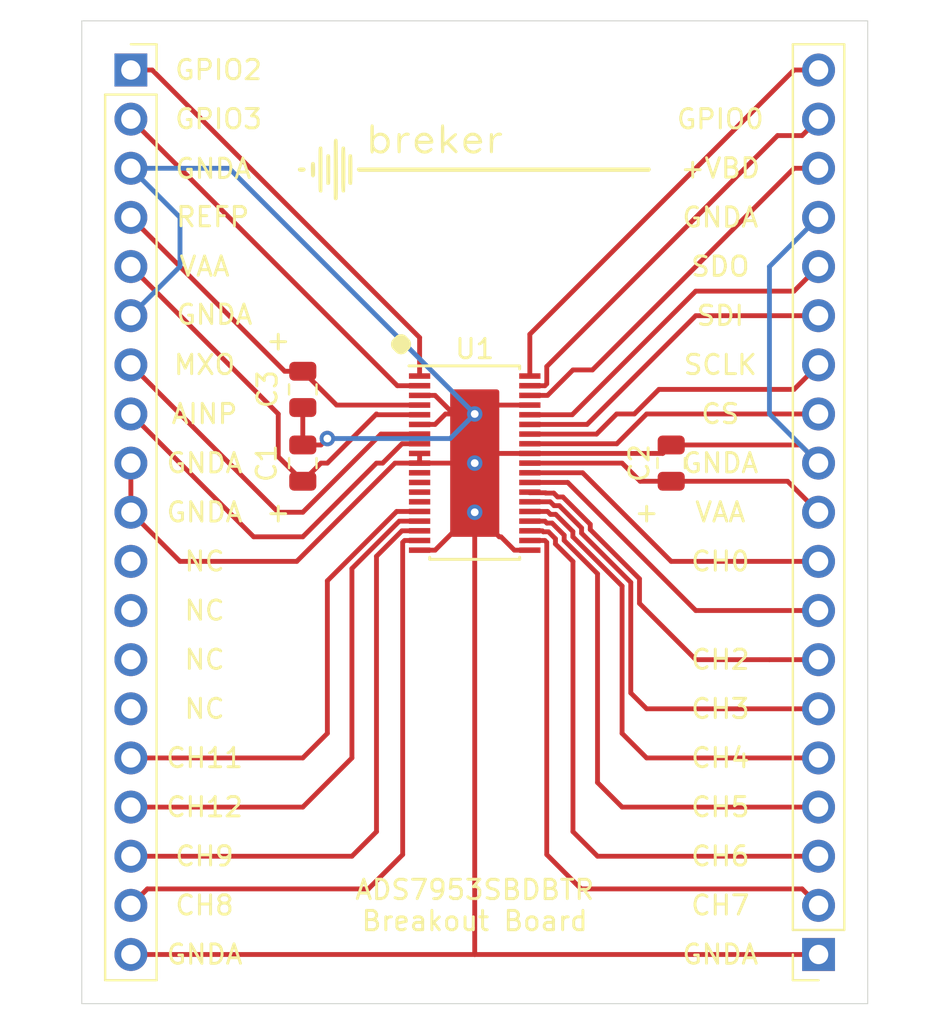
<source format=kicad_pcb>
(kicad_pcb (version 20171130) (host pcbnew "(5.1.5)-3")

  (general
    (thickness 1.6)
    (drawings 45)
    (tracks 210)
    (zones 0)
    (modules 7)
    (nets 35)
  )

  (page A4)
  (layers
    (0 F.Cu signal)
    (31 B.Cu signal)
    (32 B.Adhes user)
    (33 F.Adhes user)
    (34 B.Paste user)
    (35 F.Paste user)
    (36 B.SilkS user)
    (37 F.SilkS user)
    (38 B.Mask user)
    (39 F.Mask user)
    (40 Dwgs.User user)
    (41 Cmts.User user)
    (42 Eco1.User user)
    (43 Eco2.User user)
    (44 Edge.Cuts user)
    (45 Margin user)
    (46 B.CrtYd user)
    (47 F.CrtYd user)
    (48 B.Fab user)
    (49 F.Fab user)
  )

  (setup
    (last_trace_width 0.25)
    (trace_clearance 0.2)
    (zone_clearance 0.508)
    (zone_45_only no)
    (trace_min 0.2)
    (via_size 0.8)
    (via_drill 0.4)
    (via_min_size 0.4)
    (via_min_drill 0.3)
    (uvia_size 0.3)
    (uvia_drill 0.1)
    (uvias_allowed no)
    (uvia_min_size 0.2)
    (uvia_min_drill 0.1)
    (edge_width 0.05)
    (segment_width 0.2)
    (pcb_text_width 0.3)
    (pcb_text_size 1.5 1.5)
    (mod_edge_width 0.12)
    (mod_text_size 1 1)
    (mod_text_width 0.15)
    (pad_size 1.524 1.524)
    (pad_drill 0.762)
    (pad_to_mask_clearance 0.051)
    (solder_mask_min_width 0.25)
    (aux_axis_origin 0 0)
    (visible_elements 7FFFFFFF)
    (pcbplotparams
      (layerselection 0x010fc_ffffffff)
      (usegerberextensions false)
      (usegerberattributes false)
      (usegerberadvancedattributes false)
      (creategerberjobfile false)
      (excludeedgelayer true)
      (linewidth 0.100000)
      (plotframeref false)
      (viasonmask false)
      (mode 1)
      (useauxorigin false)
      (hpglpennumber 1)
      (hpglpenspeed 20)
      (hpglpendiameter 15.000000)
      (psnegative false)
      (psa4output false)
      (plotreference true)
      (plotvalue true)
      (plotinvisibletext false)
      (padsonsilk false)
      (subtractmaskfromsilk false)
      (outputformat 1)
      (mirror false)
      (drillshape 0)
      (scaleselection 1)
      (outputdirectory "gerbers/"))
  )

  (net 0 "")
  (net 1 GNDA)
  (net 2 VAA)
  (net 3 REFP)
  (net 4 CH8)
  (net 5 CH9)
  (net 6 CH10)
  (net 7 CH11)
  (net 8 "Net-(J1-Pad14)")
  (net 9 "Net-(J1-Pad13)")
  (net 10 "Net-(J1-Pad12)")
  (net 11 "Net-(J1-Pad11)")
  (net 12 AINP)
  (net 13 MXO)
  (net 14 GPIO3)
  (net 15 GPIO2)
  (net 16 GPIO1)
  (net 17 +VBD)
  (net 18 SDO)
  (net 19 SDI)
  (net 20 SCLK)
  (net 21 CS)
  (net 22 CH0)
  (net 23 CH1)
  (net 24 CH2)
  (net 25 CH3)
  (net 26 CH4)
  (net 27 CH5)
  (net 28 CH6)
  (net 29 CH7)
  (net 30 GPIO0)
  (net 31 "Net-(U1-Pad14)")
  (net 32 "Net-(U1-Pad13)")
  (net 33 "Net-(U1-Pad12)")
  (net 34 "Net-(U1-Pad11)")

  (net_class Default "This is the default net class."
    (clearance 0.2)
    (trace_width 0.25)
    (via_dia 0.8)
    (via_drill 0.4)
    (uvia_dia 0.3)
    (uvia_drill 0.1)
    (add_net +VBD)
    (add_net AINP)
    (add_net CH0)
    (add_net CH1)
    (add_net CH10)
    (add_net CH11)
    (add_net CH2)
    (add_net CH3)
    (add_net CH4)
    (add_net CH5)
    (add_net CH6)
    (add_net CH7)
    (add_net CH8)
    (add_net CH9)
    (add_net CS)
    (add_net GNDA)
    (add_net GPIO0)
    (add_net GPIO1)
    (add_net GPIO2)
    (add_net GPIO3)
    (add_net MXO)
    (add_net "Net-(J1-Pad11)")
    (add_net "Net-(J1-Pad12)")
    (add_net "Net-(J1-Pad13)")
    (add_net "Net-(J1-Pad14)")
    (add_net "Net-(U1-Pad11)")
    (add_net "Net-(U1-Pad12)")
    (add_net "Net-(U1-Pad13)")
    (add_net "Net-(U1-Pad14)")
    (add_net REFP)
    (add_net SCLK)
    (add_net SDI)
    (add_net SDO)
    (add_net VAA)
  )

  (module logo:logo (layer F.Cu) (tedit 0) (tstamp 603EC5E7)
    (at 160.02 82.55)
    (fp_text reference G*** (at 0 0) (layer F.SilkS) hide
      (effects (font (size 1.524 1.524) (thickness 0.3)))
    )
    (fp_text value LOGO (at 0.75 0) (layer F.SilkS) hide
      (effects (font (size 1.524 1.524) (thickness 0.3)))
    )
    (fp_poly (pts (xy 1.337674 -1.830842) (xy 1.392725 -1.800897) (xy 1.412069 -1.765896) (xy 1.396061 -1.724793)
      (xy 1.380003 -1.706575) (xy 1.350163 -1.684206) (xy 1.315637 -1.681333) (xy 1.27921 -1.689563)
      (xy 1.202104 -1.693207) (xy 1.125344 -1.665737) (xy 1.055152 -1.611846) (xy 0.997754 -1.536227)
      (xy 0.961077 -1.449704) (xy 0.954897 -1.410198) (xy 0.949662 -1.34249) (xy 0.945786 -1.25466)
      (xy 0.943685 -1.154789) (xy 0.943428 -1.105927) (xy 0.942211 -0.980965) (xy 0.938464 -0.890201)
      (xy 0.932042 -0.831626) (xy 0.922803 -0.803233) (xy 0.921657 -0.801915) (xy 0.88081 -0.782013)
      (xy 0.834733 -0.786163) (xy 0.800489 -0.812511) (xy 0.798924 -0.815236) (xy 0.792872 -0.845047)
      (xy 0.787854 -0.907969) (xy 0.783992 -1.000842) (xy 0.781404 -1.120503) (xy 0.780211 -1.263791)
      (xy 0.780143 -1.310536) (xy 0.78038 -1.458785) (xy 0.781519 -1.574714) (xy 0.784202 -1.662287)
      (xy 0.789073 -1.725468) (xy 0.796773 -1.768221) (xy 0.807946 -1.794512) (xy 0.823233 -1.808303)
      (xy 0.843277 -1.813559) (xy 0.861785 -1.814286) (xy 0.90735 -1.802771) (xy 0.933865 -1.765723)
      (xy 0.943781 -1.699381) (xy 0.94398 -1.688193) (xy 0.945499 -1.640494) (xy 0.950524 -1.624539)
      (xy 0.96106 -1.635817) (xy 0.964551 -1.641929) (xy 1.023842 -1.722538) (xy 1.099243 -1.785459)
      (xy 1.182914 -1.826724) (xy 1.267016 -1.842363) (xy 1.337674 -1.830842)) (layer F.SilkS) (width 0.01))
    (fp_poly (pts (xy -1.632571 -2.260219) (xy -1.614714 -2.250124) (xy -1.605934 -2.239252) (xy -1.598872 -2.216234)
      (xy -1.593212 -2.177011) (xy -1.588638 -2.117524) (xy -1.584832 -2.033716) (xy -1.581478 -1.921527)
      (xy -1.578429 -1.785334) (xy -1.569357 -1.337721) (xy -1.301331 -1.577168) (xy -1.206262 -1.661361)
      (xy -1.133652 -1.723596) (xy -1.07954 -1.766788) (xy -1.039968 -1.793853) (xy -1.010975 -1.807706)
      (xy -0.988601 -1.811263) (xy -0.983831 -1.810915) (xy -0.944924 -1.79754) (xy -0.92952 -1.762641)
      (xy -0.928788 -1.757096) (xy -0.930058 -1.734928) (xy -0.941621 -1.710005) (xy -0.967365 -1.677845)
      (xy -1.011178 -1.633963) (xy -1.076948 -1.573878) (xy -1.123342 -1.532782) (xy -1.323465 -1.356586)
      (xy -1.106233 -1.123603) (xy -1.035566 -1.046352) (xy -0.974509 -0.976818) (xy -0.927096 -0.919823)
      (xy -0.897362 -0.880192) (xy -0.889 -0.863892) (xy -0.904129 -0.825091) (xy -0.939479 -0.792258)
      (xy -0.976475 -0.779769) (xy -0.998369 -0.792283) (xy -1.040182 -0.827222) (xy -1.097274 -0.8803)
      (xy -1.165003 -0.94723) (xy -1.226482 -1.010764) (xy -1.446036 -1.242135) (xy -1.512232 -1.191644)
      (xy -1.578429 -1.141154) (xy -1.578429 -0.98242) (xy -1.580746 -0.892502) (xy -1.589217 -0.833011)
      (xy -1.606123 -0.798296) (xy -1.633745 -0.782705) (xy -1.660072 -0.780143) (xy -1.701706 -0.789968)
      (xy -1.719943 -0.801915) (xy -1.72589 -0.817973) (xy -1.730768 -0.854744) (xy -1.734649 -0.914635)
      (xy -1.737605 -1.000056) (xy -1.739709 -1.113415) (xy -1.741033 -1.257122) (xy -1.741649 -1.433587)
      (xy -1.741714 -1.52699) (xy -1.74165 -1.705332) (xy -1.741343 -1.850841) (xy -1.740627 -1.966967)
      (xy -1.739333 -2.057163) (xy -1.737295 -2.124881) (xy -1.734344 -2.173573) (xy -1.730312 -2.20669)
      (xy -1.725032 -2.227685) (xy -1.718336 -2.240008) (xy -1.710056 -2.247113) (xy -1.706622 -2.249076)
      (xy -1.665327 -2.265793) (xy -1.632571 -2.260219)) (layer F.SilkS) (width 0.01))
    (fp_poly (pts (xy -3.433897 -1.830842) (xy -3.378846 -1.800897) (xy -3.359502 -1.765896) (xy -3.375511 -1.724793)
      (xy -3.391568 -1.706575) (xy -3.421408 -1.684206) (xy -3.455934 -1.681333) (xy -3.492361 -1.689563)
      (xy -3.569467 -1.693207) (xy -3.646228 -1.665737) (xy -3.716419 -1.611846) (xy -3.773818 -1.536227)
      (xy -3.810495 -1.449704) (xy -3.816674 -1.410198) (xy -3.821909 -1.34249) (xy -3.825785 -1.25466)
      (xy -3.827886 -1.154789) (xy -3.828143 -1.105927) (xy -3.82936 -0.980965) (xy -3.833108 -0.890201)
      (xy -3.839529 -0.831626) (xy -3.848769 -0.803233) (xy -3.849914 -0.801915) (xy -3.890761 -0.782013)
      (xy -3.936839 -0.786163) (xy -3.971082 -0.812511) (xy -3.972648 -0.815236) (xy -3.9787 -0.845047)
      (xy -3.983717 -0.907969) (xy -3.987579 -1.000842) (xy -3.990167 -1.120503) (xy -3.991361 -1.263791)
      (xy -3.991429 -1.310536) (xy -3.991192 -1.458785) (xy -3.990053 -1.574714) (xy -3.987369 -1.662287)
      (xy -3.982499 -1.725468) (xy -3.974798 -1.768221) (xy -3.963626 -1.794512) (xy -3.948339 -1.808303)
      (xy -3.928295 -1.813559) (xy -3.909786 -1.814286) (xy -3.864221 -1.802771) (xy -3.837706 -1.765723)
      (xy -3.82779 -1.699381) (xy -3.827591 -1.688193) (xy -3.826072 -1.640494) (xy -3.821047 -1.624539)
      (xy -3.810511 -1.635817) (xy -3.80702 -1.641929) (xy -3.747729 -1.722538) (xy -3.672329 -1.785459)
      (xy -3.588657 -1.826724) (xy -3.504556 -1.842363) (xy -3.433897 -1.830842)) (layer F.SilkS) (width 0.01))
    (fp_poly (pts (xy 0.02793 -1.822535) (xy 0.141185 -1.772783) (xy 0.240787 -1.689416) (xy 0.245538 -1.684222)
      (xy 0.310529 -1.59897) (xy 0.350812 -1.509257) (xy 0.371824 -1.413526) (xy 0.377485 -1.369151)
      (xy 0.376899 -1.335017) (xy 0.366062 -1.309781) (xy 0.34097 -1.292098) (xy 0.297619 -1.280626)
      (xy 0.232005 -1.274023) (xy 0.140125 -1.270945) (xy 0.017975 -1.270049) (xy -0.05607 -1.27)
      (xy -0.43612 -1.27) (xy -0.424436 -1.220107) (xy -0.383511 -1.1104) (xy -0.319083 -1.019974)
      (xy -0.236173 -0.954589) (xy -0.168318 -0.926377) (xy -0.073629 -0.909575) (xy 0.013922 -0.916851)
      (xy 0.103765 -0.950252) (xy 0.196011 -1.005449) (xy 0.274093 -1.058399) (xy 0.311225 -1.021267)
      (xy 0.335987 -0.988354) (xy 0.33359 -0.957647) (xy 0.32812 -0.946324) (xy 0.295746 -0.908161)
      (xy 0.241021 -0.864085) (xy 0.175192 -0.82189) (xy 0.109504 -0.789372) (xy 0.092542 -0.783021)
      (xy 0.015916 -0.767602) (xy -0.077555 -0.763724) (xy -0.170388 -0.771174) (xy -0.237993 -0.787048)
      (xy -0.362971 -0.846174) (xy -0.458587 -0.924555) (xy -0.525787 -1.023753) (xy -0.565512 -1.14533)
      (xy -0.578708 -1.290849) (xy -0.577191 -1.34853) (xy -0.565788 -1.437822) (xy -0.416987 -1.437822)
      (xy -0.408208 -1.429109) (xy -0.379074 -1.422764) (xy -0.325786 -1.418511) (xy -0.244542 -1.41607)
      (xy -0.131543 -1.415164) (xy -0.106589 -1.415143) (xy 0.204107 -1.415143) (xy 0.192445 -1.473451)
      (xy 0.163364 -1.541019) (xy 0.109153 -1.605135) (xy 0.040073 -1.654344) (xy 0.023261 -1.662306)
      (xy -0.071349 -1.684882) (xy -0.169116 -1.67764) (xy -0.260774 -1.643577) (xy -0.33706 -1.585693)
      (xy -0.376091 -1.533072) (xy -0.400743 -1.484449) (xy -0.415323 -1.446907) (xy -0.416987 -1.437822)
      (xy -0.565788 -1.437822) (xy -0.561111 -1.474435) (xy -0.524804 -1.577042) (xy -0.464025 -1.66563)
      (xy -0.405692 -1.723353) (xy -0.311247 -1.790604) (xy -0.211057 -1.827535) (xy -0.098934 -1.838651)
      (xy 0.02793 -1.822535)) (layer F.SilkS) (width 0.01))
    (fp_poly (pts (xy -2.493927 -1.822535) (xy -2.380672 -1.772783) (xy -2.28107 -1.689416) (xy -2.276319 -1.684222)
      (xy -2.211328 -1.59897) (xy -2.171045 -1.509257) (xy -2.150033 -1.413526) (xy -2.144372 -1.369151)
      (xy -2.144958 -1.335017) (xy -2.155795 -1.309781) (xy -2.180888 -1.292098) (xy -2.224239 -1.280626)
      (xy -2.289852 -1.274023) (xy -2.381732 -1.270945) (xy -2.503882 -1.270049) (xy -2.577928 -1.27)
      (xy -2.957977 -1.27) (xy -2.946293 -1.220107) (xy -2.905368 -1.1104) (xy -2.84094 -1.019974)
      (xy -2.75803 -0.954589) (xy -2.690175 -0.926377) (xy -2.595486 -0.909575) (xy -2.507935 -0.916851)
      (xy -2.418093 -0.950252) (xy -2.325846 -1.005449) (xy -2.247764 -1.058399) (xy -2.210632 -1.021267)
      (xy -2.18587 -0.988354) (xy -2.188267 -0.957647) (xy -2.193737 -0.946324) (xy -2.226111 -0.908161)
      (xy -2.280836 -0.864085) (xy -2.346665 -0.82189) (xy -2.412354 -0.789372) (xy -2.429315 -0.783021)
      (xy -2.505941 -0.767602) (xy -2.599412 -0.763724) (xy -2.692245 -0.771174) (xy -2.75985 -0.787048)
      (xy -2.884828 -0.846174) (xy -2.980445 -0.924555) (xy -3.047644 -1.023753) (xy -3.087369 -1.14533)
      (xy -3.100565 -1.290849) (xy -3.099048 -1.34853) (xy -3.087645 -1.437822) (xy -2.938845 -1.437822)
      (xy -2.930065 -1.429109) (xy -2.900932 -1.422764) (xy -2.847643 -1.418511) (xy -2.766399 -1.41607)
      (xy -2.6534 -1.415164) (xy -2.628447 -1.415143) (xy -2.31775 -1.415143) (xy -2.329412 -1.473451)
      (xy -2.358493 -1.541019) (xy -2.412704 -1.605135) (xy -2.481785 -1.654344) (xy -2.498596 -1.662306)
      (xy -2.593206 -1.684882) (xy -2.690973 -1.67764) (xy -2.782631 -1.643577) (xy -2.858917 -1.585693)
      (xy -2.897949 -1.533072) (xy -2.922601 -1.484449) (xy -2.93718 -1.446907) (xy -2.938845 -1.437822)
      (xy -3.087645 -1.437822) (xy -3.082968 -1.474435) (xy -3.046662 -1.577042) (xy -2.985883 -1.66563)
      (xy -2.927549 -1.723353) (xy -2.833104 -1.790604) (xy -2.732914 -1.827535) (xy -2.620791 -1.838651)
      (xy -2.493927 -1.822535)) (layer F.SilkS) (width 0.01))
    (fp_poly (pts (xy -5.288122 -2.261966) (xy -5.260236 -2.249076) (xy -5.246923 -2.239418) (xy -5.237466 -2.22324)
      (xy -5.231214 -2.194912) (xy -5.227514 -2.148806) (xy -5.225714 -2.079296) (xy -5.225163 -1.980752)
      (xy -5.225143 -1.94616) (xy -5.225143 -1.662025) (xy -5.166179 -1.717981) (xy -5.078959 -1.786521)
      (xy -4.988971 -1.824831) (xy -4.884164 -1.837759) (xy -4.868204 -1.837824) (xy -4.739866 -1.820318)
      (xy -4.627301 -1.770492) (xy -4.532053 -1.689403) (xy -4.455664 -1.578109) (xy -4.438493 -1.543065)
      (xy -4.410658 -1.449958) (xy -4.399083 -1.338001) (xy -4.403621 -1.22071) (xy -4.424126 -1.111599)
      (xy -4.443763 -1.056288) (xy -4.490636 -0.976963) (xy -4.556156 -0.900147) (xy -4.630765 -0.834973)
      (xy -4.704908 -0.79057) (xy -4.732213 -0.780693) (xy -4.854877 -0.763678) (xy -4.976782 -0.778036)
      (xy -5.089288 -0.821744) (xy -5.17525 -0.884393) (xy -5.225143 -0.932075) (xy -5.225143 -0.875548)
      (xy -5.236597 -0.820803) (xy -5.265587 -0.779155) (xy -5.304059 -0.762016) (xy -5.30527 -0.762)
      (xy -5.33443 -0.774371) (xy -5.358403 -0.795179) (xy -5.366147 -0.806759) (xy -5.37245 -0.825019)
      (xy -5.377457 -0.85346) (xy -5.381313 -0.895584) (xy -5.384162 -0.954891) (xy -5.386151 -1.034882)
      (xy -5.387425 -1.139059) (xy -5.388127 -1.270923) (xy -5.388255 -1.346746) (xy -5.220633 -1.346746)
      (xy -5.217117 -1.213595) (xy -5.185749 -1.103583) (xy -5.126383 -1.016421) (xy -5.038872 -0.951817)
      (xy -5.017251 -0.941246) (xy -4.928271 -0.91234) (xy -4.845833 -0.913303) (xy -4.776189 -0.935049)
      (xy -4.699204 -0.976226) (xy -4.643797 -1.030974) (xy -4.604806 -1.095422) (xy -4.566982 -1.203676)
      (xy -4.557019 -1.318265) (xy -4.574065 -1.429818) (xy -4.617267 -1.528964) (xy -4.648028 -1.570522)
      (xy -4.720899 -1.638293) (xy -4.797845 -1.675506) (xy -4.889608 -1.687272) (xy -4.893418 -1.687286)
      (xy -4.998982 -1.671053) (xy -5.08888 -1.622163) (xy -5.159415 -1.546409) (xy -5.19083 -1.493956)
      (xy -5.20929 -1.437835) (xy -5.219369 -1.363127) (xy -5.220633 -1.346746) (xy -5.388255 -1.346746)
      (xy -5.388404 -1.433975) (xy -5.388429 -1.519597) (xy -5.388279 -1.698719) (xy -5.38774 -1.844991)
      (xy -5.386676 -1.961844) (xy -5.384949 -2.052714) (xy -5.382425 -2.121034) (xy -5.378968 -2.170237)
      (xy -5.37444 -2.203758) (xy -5.368707 -2.225029) (xy -5.361632 -2.237485) (xy -5.359919 -2.239347)
      (xy -5.325043 -2.264267) (xy -5.288122 -2.261966)) (layer F.SilkS) (width 0.01))
    (fp_poly (pts (xy 9.079471 0.004037) (xy 9.103914 0.051182) (xy 9.099416 0.090992) (xy 9.064493 0.13558)
      (xy 9.063182 0.136896) (xy 9.018649 0.181428) (xy -6.006935 0.181428) (xy -6.051468 0.136896)
      (xy -6.087193 0.092026) (xy -6.092453 0.052244) (xy -6.068735 0.005439) (xy -6.067757 0.004037)
      (xy -6.039514 -0.036286) (xy 9.051228 -0.036286) (xy 9.079471 0.004037)) (layer F.SilkS) (width 0.01))
    (fp_poly (pts (xy -8.86728 -0.035092) (xy -8.822045 -0.030011) (xy -8.794515 -0.018798) (xy -8.77542 0.000795)
      (xy -8.7731 0.004037) (xy -8.748719 0.061034) (xy -8.757253 0.110327) (xy -8.795611 0.148703)
      (xy -8.860702 0.172947) (xy -8.94234 0.179996) (xy -9.003782 0.177535) (xy -9.052719 0.172742)
      (xy -9.071429 0.168838) (xy -9.117326 0.136377) (xy -9.140192 0.087525) (xy -9.137276 0.034499)
      (xy -9.110822 -0.00626) (xy -9.080302 -0.023348) (xy -9.030645 -0.032881) (xy -8.95402 -0.036232)
      (xy -8.939493 -0.036286) (xy -8.86728 -0.035092)) (layer F.SilkS) (width 0.01))
    (fp_poly (pts (xy -8.328201 -0.314399) (xy -8.301264 -0.302176) (xy -8.281847 -0.276454) (xy -8.268745 -0.232858)
      (xy -8.260759 -0.167009) (xy -8.256685 -0.074531) (xy -8.255321 0.048952) (xy -8.255268 0.077932)
      (xy -8.255342 0.189739) (xy -8.256287 0.27114) (xy -8.258849 0.328013) (xy -8.263772 0.366238)
      (xy -8.271802 0.391693) (xy -8.283683 0.410257) (xy -8.299533 0.427182) (xy -8.339006 0.461467)
      (xy -8.369836 0.468318) (xy -8.405768 0.448853) (xy -8.420812 0.437069) (xy -8.43632 0.423171)
      (xy -8.447655 0.406616) (xy -8.455583 0.381801) (xy -8.460868 0.343121) (xy -8.464278 0.284972)
      (xy -8.466576 0.20175) (xy -8.468531 0.08785) (xy -8.468531 0.087819) (xy -8.46978 -0.044101)
      (xy -8.468142 -0.144113) (xy -8.462496 -0.216549) (xy -8.451725 -0.265742) (xy -8.434709 -0.296027)
      (xy -8.410328 -0.311737) (xy -8.377464 -0.317204) (xy -8.363857 -0.3175) (xy -8.328201 -0.314399)) (layer F.SilkS) (width 0.01))
    (fp_poly (pts (xy -6.392385 -0.718185) (xy -6.360368 -0.697204) (xy -6.353217 -0.686525) (xy -6.34735 -0.667946)
      (xy -6.342644 -0.638153) (xy -6.338975 -0.593837) (xy -6.336221 -0.531683) (xy -6.334259 -0.44838)
      (xy -6.332967 -0.340615) (xy -6.332221 -0.205077) (xy -6.331899 -0.038454) (xy -6.331857 0.071646)
      (xy -6.332108 0.265224) (xy -6.332913 0.425192) (xy -6.334352 0.554225) (xy -6.336505 0.654996)
      (xy -6.339452 0.730178) (xy -6.343274 0.782444) (xy -6.34805 0.814468) (xy -6.35386 0.828924)
      (xy -6.354536 0.829533) (xy -6.407921 0.856795) (xy -6.457847 0.849582) (xy -6.484914 0.832241)
      (xy -6.531429 0.795652) (xy -6.531429 0.064995) (xy -6.531345 -0.117597) (xy -6.530992 -0.267331)
      (xy -6.530223 -0.387632) (xy -6.528886 -0.481927) (xy -6.526833 -0.553644) (xy -6.523914 -0.606207)
      (xy -6.519979 -0.643045) (xy -6.51488 -0.667584) (xy -6.508467 -0.68325) (xy -6.50059 -0.69347)
      (xy -6.49825 -0.695688) (xy -6.446405 -0.722464) (xy -6.392385 -0.718185)) (layer F.SilkS) (width 0.01))
    (fp_poly (pts (xy -7.543967 -0.718594) (xy -7.504884 -0.692536) (xy -7.497306 -0.681212) (xy -7.49111 -0.663334)
      (xy -7.486161 -0.635488) (xy -7.482325 -0.594257) (xy -7.479467 -0.536228) (xy -7.477454 -0.457985)
      (xy -7.476152 -0.356113) (xy -7.475426 -0.227198) (xy -7.475142 -0.067824) (xy -7.475135 0.064928)
      (xy -7.47552 0.224) (xy -7.476501 0.371977) (xy -7.478005 0.504874) (xy -7.479958 0.618704)
      (xy -7.48229 0.709479) (xy -7.484925 0.773214) (xy -7.487792 0.80592) (xy -7.488742 0.809177)
      (xy -7.53285 0.846863) (xy -7.588356 0.856099) (xy -7.621149 0.846473) (xy -7.665357 0.824437)
      (xy -7.670093 0.078071) (xy -7.671149 -0.108189) (xy -7.671662 -0.261483) (xy -7.671528 -0.385127)
      (xy -7.670646 -0.482438) (xy -7.668913 -0.556732) (xy -7.666226 -0.611327) (xy -7.662482 -0.649538)
      (xy -7.65758 -0.674682) (xy -7.651416 -0.690076) (xy -7.646119 -0.697004) (xy -7.597875 -0.722578)
      (xy -7.543967 -0.718594)) (layer F.SilkS) (width 0.01))
    (fp_poly (pts (xy -6.755243 -1.117328) (xy -6.723225 -1.096347) (xy -6.717341 -1.08739) (xy -6.712315 -1.07141)
      (xy -6.70808 -1.045744) (xy -6.704571 -1.007727) (xy -6.701721 -0.954697) (xy -6.699465 -0.883988)
      (xy -6.697738 -0.792937) (xy -6.696472 -0.678881) (xy -6.695603 -0.539154) (xy -6.695064 -0.371094)
      (xy -6.69479 -0.172036) (xy -6.694715 0.056917) (xy -6.695025 0.323) (xy -6.695955 0.55522)
      (xy -6.697496 0.753224) (xy -6.699645 0.916661) (xy -6.702394 1.045176) (xy -6.705739 1.138417)
      (xy -6.709673 1.196031) (xy -6.713496 1.216764) (xy -6.746301 1.244407) (xy -6.794185 1.250902)
      (xy -6.842606 1.236065) (xy -6.86426 1.218678) (xy -6.870435 1.209362) (xy -6.875709 1.194304)
      (xy -6.880151 1.170802) (xy -6.883832 1.136153) (xy -6.886822 1.087653) (xy -6.88919 1.022599)
      (xy -6.891008 0.938288) (xy -6.892344 0.832016) (xy -6.89327 0.70108) (xy -6.893854 0.542777)
      (xy -6.894168 0.354404) (xy -6.894281 0.133257) (xy -6.894286 0.060347) (xy -6.894242 -0.169991)
      (xy -6.894058 -0.366768) (xy -6.893656 -0.532709) (xy -6.892957 -0.670537) (xy -6.891883 -0.782976)
      (xy -6.890357 -0.872752) (xy -6.888299 -0.942589) (xy -6.885632 -0.995211) (xy -6.882276 -1.033342)
      (xy -6.878155 -1.059708) (xy -6.87319 -1.077031) (xy -6.867302 -1.088037) (xy -6.861107 -1.094831)
      (xy -6.809262 -1.121607) (xy -6.755243 -1.117328)) (layer F.SilkS) (width 0.01))
    (fp_poly (pts (xy -7.934528 -1.117328) (xy -7.90251 -1.096347) (xy -7.896659 -1.087432) (xy -7.891655 -1.071516)
      (xy -7.887435 -1.04595) (xy -7.883932 -1.008088) (xy -7.881083 -0.95528) (xy -7.878823 -0.88488)
      (xy -7.877086 -0.79424) (xy -7.875809 -0.680712) (xy -7.874927 -0.541648) (xy -7.874374 -0.3744)
      (xy -7.874087 -0.176322) (xy -7.874 0.055236) (xy -7.874 0.070239) (xy -7.874173 0.316498)
      (xy -7.874715 0.528477) (xy -7.875665 0.708182) (xy -7.877061 0.857616) (xy -7.878939 0.978784)
      (xy -7.881339 1.073691) (xy -7.884296 1.144341) (xy -7.887849 1.192738) (xy -7.892035 1.220888)
      (xy -7.895772 1.230085) (xy -7.937487 1.249427) (xy -7.990159 1.247476) (xy -8.036386 1.225575)
      (xy -8.043545 1.218678) (xy -8.049721 1.209362) (xy -8.054994 1.194304) (xy -8.059437 1.170802)
      (xy -8.063118 1.136153) (xy -8.066107 1.087653) (xy -8.068476 1.022599) (xy -8.070293 0.938288)
      (xy -8.07163 0.832016) (xy -8.072555 0.70108) (xy -8.07314 0.542777) (xy -8.073453 0.354404)
      (xy -8.073566 0.133257) (xy -8.073572 0.060347) (xy -8.073528 -0.169991) (xy -8.073344 -0.366768)
      (xy -8.072941 -0.532709) (xy -8.072243 -0.670537) (xy -8.071169 -0.782976) (xy -8.069643 -0.872752)
      (xy -8.067585 -0.942589) (xy -8.064917 -0.995211) (xy -8.061562 -1.033342) (xy -8.057441 -1.059708)
      (xy -8.052475 -1.077031) (xy -8.046587 -1.088037) (xy -8.040393 -1.094831) (xy -7.988547 -1.121607)
      (xy -7.934528 -1.117328)) (layer F.SilkS) (width 0.01))
    (fp_poly (pts (xy -7.147127 -1.513738) (xy -7.120004 -1.498252) (xy -7.113729 -1.492792) (xy -7.108237 -1.484631)
      (xy -7.103467 -1.471438) (xy -7.09936 -1.450879) (xy -7.095854 -1.42062) (xy -7.092891 -1.378329)
      (xy -7.090409 -1.321673) (xy -7.088349 -1.248318) (xy -7.08665 -1.155932) (xy -7.085252 -1.042181)
      (xy -7.084096 -0.904732) (xy -7.08312 -0.741253) (xy -7.082265 -0.549409) (xy -7.081471 -0.326868)
      (xy -7.080677 -0.071297) (xy -7.08035 0.039355) (xy -7.079631 0.321008) (xy -7.079249 0.568378)
      (xy -7.079228 0.783469) (xy -7.07959 0.968283) (xy -7.080361 1.124822) (xy -7.081564 1.255089)
      (xy -7.083223 1.361086) (xy -7.085361 1.444815) (xy -7.088003 1.508279) (xy -7.091173 1.55348)
      (xy -7.094893 1.582421) (xy -7.098906 1.596571) (xy -7.135722 1.635859) (xy -7.185334 1.650007)
      (xy -7.234846 1.63802) (xy -7.265405 1.609424) (xy -7.270529 1.598776) (xy -7.274986 1.581987)
      (xy -7.278812 1.556747) (xy -7.28204 1.520746) (xy -7.284707 1.471672) (xy -7.286848 1.407218)
      (xy -7.288498 1.325071) (xy -7.289691 1.222922) (xy -7.290464 1.098461) (xy -7.290851 0.949378)
      (xy -7.290887 0.773363) (xy -7.290608 0.568104) (xy -7.290049 0.331293) (xy -7.289245 0.060618)
      (xy -7.2892 0.046606) (xy -7.288319 -0.223352) (xy -7.287471 -0.459353) (xy -7.286595 -0.663722)
      (xy -7.28563 -0.838788) (xy -7.284517 -0.986877) (xy -7.283195 -1.110318) (xy -7.281604 -1.211437)
      (xy -7.279683 -1.292561) (xy -7.277372 -1.356019) (xy -7.27461 -1.404136) (xy -7.271338 -1.439242)
      (xy -7.267495 -1.463662) (xy -7.263021 -1.479725) (xy -7.257854 -1.489757) (xy -7.251936 -1.496086)
      (xy -7.24914 -1.498252) (xy -7.209354 -1.518788) (xy -7.184572 -1.524) (xy -7.147127 -1.513738)) (layer F.SilkS) (width 0.01))
  )

  (module Package_SO:TSSOP-38_4.4x9.7mm_P0.5mm (layer F.Cu) (tedit 5A02F25C) (tstamp 603A2CE8)
    (at 160.02 97.79)
    (descr "TSSOP38: plastic thin shrink small outline package; 38 leads; body width 4.4 mm (see NXP SSOP-TSSOP-VSO-REFLOW.pdf and sot510-1_po.pdf)")
    (tags "SSOP 0.5")
    (path /603A6FB5)
    (attr smd)
    (fp_text reference U1 (at 0 -5.9) (layer F.SilkS)
      (effects (font (size 1 1) (thickness 0.15)))
    )
    (fp_text value ADS7953SBDBTR (at 0 5.9) (layer F.Fab)
      (effects (font (size 1 1) (thickness 0.15)))
    )
    (fp_text user %R (at 0 0) (layer F.Fab)
      (effects (font (size 0.8 0.8) (thickness 0.15)))
    )
    (fp_line (start -2.325 4.975) (end 2.325 4.975) (layer F.SilkS) (width 0.15))
    (fp_line (start -3.4 -5.025) (end 2.325 -5.025) (layer F.SilkS) (width 0.15))
    (fp_line (start -2.325 4.975) (end -2.325 4.8675) (layer F.SilkS) (width 0.15))
    (fp_line (start 2.325 4.975) (end 2.325 4.8675) (layer F.SilkS) (width 0.15))
    (fp_line (start 2.325 -4.975) (end 2.325 -4.8675) (layer F.SilkS) (width 0.15))
    (fp_line (start -3.65 5.15) (end 3.65 5.15) (layer F.CrtYd) (width 0.05))
    (fp_line (start -3.65 -5.15) (end 3.65 -5.15) (layer F.CrtYd) (width 0.05))
    (fp_line (start 3.65 -5.15) (end 3.65 5.15) (layer F.CrtYd) (width 0.05))
    (fp_line (start -3.65 -5.15) (end -3.65 5.15) (layer F.CrtYd) (width 0.05))
    (fp_line (start -2.2 -3.85) (end -1.2 -4.85) (layer F.Fab) (width 0.15))
    (fp_line (start -2.2 4.85) (end -2.2 -3.85) (layer F.Fab) (width 0.15))
    (fp_line (start 2.2 4.85) (end -2.2 4.85) (layer F.Fab) (width 0.15))
    (fp_line (start 2.2 -4.85) (end 2.2 4.85) (layer F.Fab) (width 0.15))
    (fp_line (start -1.2 -4.85) (end 2.2 -4.85) (layer F.Fab) (width 0.15))
    (pad 38 smd rect (at 2.85 -4.5) (size 1.1 0.285) (layers F.Cu F.Paste F.Mask)
      (net 16 GPIO1))
    (pad 37 smd rect (at 2.85 -4) (size 1.1 0.285) (layers F.Cu F.Paste F.Mask)
      (net 30 GPIO0))
    (pad 36 smd rect (at 2.85 -3.5) (size 1.1 0.285) (layers F.Cu F.Paste F.Mask)
      (net 17 +VBD))
    (pad 35 smd rect (at 2.85 -3) (size 1.1 0.285) (layers F.Cu F.Paste F.Mask)
      (net 1 GNDA))
    (pad 34 smd rect (at 2.85 -2.5) (size 1.1 0.285) (layers F.Cu F.Paste F.Mask)
      (net 18 SDO))
    (pad 33 smd rect (at 2.85 -2) (size 1.1 0.285) (layers F.Cu F.Paste F.Mask)
      (net 19 SDI))
    (pad 32 smd rect (at 2.85 -1.5) (size 1.1 0.285) (layers F.Cu F.Paste F.Mask)
      (net 20 SCLK))
    (pad 31 smd rect (at 2.85 -1) (size 1.1 0.285) (layers F.Cu F.Paste F.Mask)
      (net 21 CS))
    (pad 30 smd rect (at 2.85 -0.5) (size 1.1 0.285) (layers F.Cu F.Paste F.Mask)
      (net 1 GNDA))
    (pad 29 smd rect (at 2.85 0) (size 1.1 0.285) (layers F.Cu F.Paste F.Mask)
      (net 2 VAA))
    (pad 28 smd rect (at 2.85 0.5) (size 1.1 0.285) (layers F.Cu F.Paste F.Mask)
      (net 22 CH0))
    (pad 27 smd rect (at 2.85 1) (size 1.1 0.285) (layers F.Cu F.Paste F.Mask)
      (net 23 CH1))
    (pad 26 smd rect (at 2.85 1.5) (size 1.1 0.285) (layers F.Cu F.Paste F.Mask)
      (net 24 CH2))
    (pad 25 smd rect (at 2.85 2) (size 1.1 0.285) (layers F.Cu F.Paste F.Mask)
      (net 25 CH3))
    (pad 24 smd rect (at 2.85 2.5) (size 1.1 0.285) (layers F.Cu F.Paste F.Mask)
      (net 26 CH4))
    (pad 23 smd rect (at 2.85 3) (size 1.1 0.285) (layers F.Cu F.Paste F.Mask)
      (net 27 CH5))
    (pad 22 smd rect (at 2.85 3.5) (size 1.1 0.285) (layers F.Cu F.Paste F.Mask)
      (net 28 CH6))
    (pad 21 smd rect (at 2.85 4) (size 1.1 0.285) (layers F.Cu F.Paste F.Mask)
      (net 29 CH7))
    (pad 20 smd rect (at 2.85 4.5) (size 1.1 0.285) (layers F.Cu F.Paste F.Mask)
      (net 1 GNDA))
    (pad 19 smd rect (at -2.85 4.5) (size 1.1 0.285) (layers F.Cu F.Paste F.Mask)
      (net 1 GNDA))
    (pad 18 smd rect (at -2.85 4) (size 1.1 0.285) (layers F.Cu F.Paste F.Mask)
      (net 4 CH8))
    (pad 17 smd rect (at -2.85 3.5) (size 1.1 0.285) (layers F.Cu F.Paste F.Mask)
      (net 5 CH9))
    (pad 16 smd rect (at -2.85 3) (size 1.1 0.285) (layers F.Cu F.Paste F.Mask)
      (net 6 CH10))
    (pad 15 smd rect (at -2.85 2.5) (size 1.1 0.285) (layers F.Cu F.Paste F.Mask)
      (net 7 CH11))
    (pad 14 smd rect (at -2.85 2) (size 1.1 0.285) (layers F.Cu F.Paste F.Mask)
      (net 31 "Net-(U1-Pad14)"))
    (pad 13 smd rect (at -2.85 1.5) (size 1.1 0.285) (layers F.Cu F.Paste F.Mask)
      (net 32 "Net-(U1-Pad13)"))
    (pad 12 smd rect (at -2.85 1) (size 1.1 0.285) (layers F.Cu F.Paste F.Mask)
      (net 33 "Net-(U1-Pad12)"))
    (pad 11 smd rect (at -2.85 0.5) (size 1.1 0.285) (layers F.Cu F.Paste F.Mask)
      (net 34 "Net-(U1-Pad11)"))
    (pad 10 smd rect (at -2.85 0) (size 1.1 0.285) (layers F.Cu F.Paste F.Mask)
      (net 1 GNDA))
    (pad 9 smd rect (at -2.85 -0.5) (size 1.1 0.285) (layers F.Cu F.Paste F.Mask)
      (net 1 GNDA))
    (pad 8 smd rect (at -2.85 -1) (size 1.1 0.285) (layers F.Cu F.Paste F.Mask)
      (net 12 AINP))
    (pad 7 smd rect (at -2.85 -1.5) (size 1.1 0.285) (layers F.Cu F.Paste F.Mask)
      (net 13 MXO))
    (pad 6 smd rect (at -2.85 -2) (size 1.1 0.285) (layers F.Cu F.Paste F.Mask)
      (net 1 GNDA))
    (pad 5 smd rect (at -2.85 -2.5) (size 1.1 0.285) (layers F.Cu F.Paste F.Mask)
      (net 2 VAA))
    (pad 4 smd rect (at -2.85 -3) (size 1.1 0.285) (layers F.Cu F.Paste F.Mask)
      (net 3 REFP))
    (pad 3 smd rect (at -2.85 -3.5) (size 1.1 0.285) (layers F.Cu F.Paste F.Mask)
      (net 1 GNDA))
    (pad 2 smd rect (at -2.85 -4) (size 1.1 0.285) (layers F.Cu F.Paste F.Mask)
      (net 14 GPIO3))
    (pad 1 smd rect (at -2.85 -4.5) (size 1.1 0.285) (layers F.Cu F.Paste F.Mask)
      (net 15 GPIO2))
    (model ${KISYS3DMOD}/Package_SO.3dshapes/TSSOP-38_4.4x9.7mm_P0.5mm.wrl
      (at (xyz 0 0 0))
      (scale (xyz 1 1 1))
      (rotate (xyz 0 0 0))
    )
  )

  (module Connector_PinSocket_2.54mm:PinSocket_1x19_P2.54mm_Vertical (layer F.Cu) (tedit 5A19A430) (tstamp 603A2CAF)
    (at 177.8 123.19 180)
    (descr "Through hole straight socket strip, 1x19, 2.54mm pitch, single row (from Kicad 4.0.7), script generated")
    (tags "Through hole socket strip THT 1x19 2.54mm single row")
    (path /603BF56D)
    (fp_text reference J2 (at 0 -2.77) (layer F.SilkS) hide
      (effects (font (size 1 1) (thickness 0.15)))
    )
    (fp_text value Conn_01x19_Male (at 0 48.49) (layer F.Fab)
      (effects (font (size 1 1) (thickness 0.15)))
    )
    (fp_text user %R (at 0 22.86 90) (layer F.Fab)
      (effects (font (size 1 1) (thickness 0.15)))
    )
    (fp_line (start -1.8 47.5) (end -1.8 -1.8) (layer F.CrtYd) (width 0.05))
    (fp_line (start 1.75 47.5) (end -1.8 47.5) (layer F.CrtYd) (width 0.05))
    (fp_line (start 1.75 -1.8) (end 1.75 47.5) (layer F.CrtYd) (width 0.05))
    (fp_line (start -1.8 -1.8) (end 1.75 -1.8) (layer F.CrtYd) (width 0.05))
    (fp_line (start 0 -1.33) (end 1.33 -1.33) (layer F.SilkS) (width 0.12))
    (fp_line (start 1.33 -1.33) (end 1.33 0) (layer F.SilkS) (width 0.12))
    (fp_line (start 1.33 1.27) (end 1.33 47.05) (layer F.SilkS) (width 0.12))
    (fp_line (start -1.33 47.05) (end 1.33 47.05) (layer F.SilkS) (width 0.12))
    (fp_line (start -1.33 1.27) (end -1.33 47.05) (layer F.SilkS) (width 0.12))
    (fp_line (start -1.33 1.27) (end 1.33 1.27) (layer F.SilkS) (width 0.12))
    (fp_line (start -1.27 46.99) (end -1.27 -1.27) (layer F.Fab) (width 0.1))
    (fp_line (start 1.27 46.99) (end -1.27 46.99) (layer F.Fab) (width 0.1))
    (fp_line (start 1.27 -0.635) (end 1.27 46.99) (layer F.Fab) (width 0.1))
    (fp_line (start 0.635 -1.27) (end 1.27 -0.635) (layer F.Fab) (width 0.1))
    (fp_line (start -1.27 -1.27) (end 0.635 -1.27) (layer F.Fab) (width 0.1))
    (pad 19 thru_hole oval (at 0 45.72 180) (size 1.7 1.7) (drill 1) (layers *.Cu *.Mask)
      (net 16 GPIO1))
    (pad 18 thru_hole oval (at 0 43.18 180) (size 1.7 1.7) (drill 1) (layers *.Cu *.Mask)
      (net 30 GPIO0))
    (pad 17 thru_hole oval (at 0 40.64 180) (size 1.7 1.7) (drill 1) (layers *.Cu *.Mask)
      (net 17 +VBD))
    (pad 16 thru_hole oval (at 0 38.1 180) (size 1.7 1.7) (drill 1) (layers *.Cu *.Mask)
      (net 1 GNDA))
    (pad 15 thru_hole oval (at 0 35.56 180) (size 1.7 1.7) (drill 1) (layers *.Cu *.Mask)
      (net 18 SDO))
    (pad 14 thru_hole oval (at 0 33.02 180) (size 1.7 1.7) (drill 1) (layers *.Cu *.Mask)
      (net 19 SDI))
    (pad 13 thru_hole oval (at 0 30.48 180) (size 1.7 1.7) (drill 1) (layers *.Cu *.Mask)
      (net 20 SCLK))
    (pad 12 thru_hole oval (at 0 27.94 180) (size 1.7 1.7) (drill 1) (layers *.Cu *.Mask)
      (net 21 CS))
    (pad 11 thru_hole oval (at 0 25.4 180) (size 1.7 1.7) (drill 1) (layers *.Cu *.Mask)
      (net 1 GNDA))
    (pad 10 thru_hole oval (at 0 22.86 180) (size 1.7 1.7) (drill 1) (layers *.Cu *.Mask)
      (net 2 VAA))
    (pad 9 thru_hole oval (at 0 20.32 180) (size 1.7 1.7) (drill 1) (layers *.Cu *.Mask)
      (net 22 CH0))
    (pad 8 thru_hole oval (at 0 17.78 180) (size 1.7 1.7) (drill 1) (layers *.Cu *.Mask)
      (net 23 CH1))
    (pad 7 thru_hole oval (at 0 15.24 180) (size 1.7 1.7) (drill 1) (layers *.Cu *.Mask)
      (net 24 CH2))
    (pad 6 thru_hole oval (at 0 12.7 180) (size 1.7 1.7) (drill 1) (layers *.Cu *.Mask)
      (net 25 CH3))
    (pad 5 thru_hole oval (at 0 10.16 180) (size 1.7 1.7) (drill 1) (layers *.Cu *.Mask)
      (net 26 CH4))
    (pad 4 thru_hole oval (at 0 7.62 180) (size 1.7 1.7) (drill 1) (layers *.Cu *.Mask)
      (net 27 CH5))
    (pad 3 thru_hole oval (at 0 5.08 180) (size 1.7 1.7) (drill 1) (layers *.Cu *.Mask)
      (net 28 CH6))
    (pad 2 thru_hole oval (at 0 2.54 180) (size 1.7 1.7) (drill 1) (layers *.Cu *.Mask)
      (net 29 CH7))
    (pad 1 thru_hole rect (at 0 0 180) (size 1.7 1.7) (drill 1) (layers *.Cu *.Mask)
      (net 1 GNDA))
    (model ${KISYS3DMOD}/Connector_PinSocket_2.54mm.3dshapes/PinSocket_1x19_P2.54mm_Vertical.wrl
      (at (xyz 0 0 0))
      (scale (xyz 1 1 1))
      (rotate (xyz 0 0 0))
    )
  )

  (module Connector_PinSocket_2.54mm:PinSocket_1x19_P2.54mm_Vertical (layer F.Cu) (tedit 5A19A430) (tstamp 603A2C88)
    (at 142.24 77.47)
    (descr "Through hole straight socket strip, 1x19, 2.54mm pitch, single row (from Kicad 4.0.7), script generated")
    (tags "Through hole socket strip THT 1x19 2.54mm single row")
    (path /603B0761)
    (fp_text reference J1 (at 0 -2.77) (layer F.SilkS) hide
      (effects (font (size 1 1) (thickness 0.15)))
    )
    (fp_text value Conn_01x19_Male (at 0 48.49) (layer F.Fab)
      (effects (font (size 1 1) (thickness 0.15)))
    )
    (fp_text user %R (at 0 22.86 90) (layer F.Fab)
      (effects (font (size 1 1) (thickness 0.15)))
    )
    (fp_line (start -1.8 47.5) (end -1.8 -1.8) (layer F.CrtYd) (width 0.05))
    (fp_line (start 1.75 47.5) (end -1.8 47.5) (layer F.CrtYd) (width 0.05))
    (fp_line (start 1.75 -1.8) (end 1.75 47.5) (layer F.CrtYd) (width 0.05))
    (fp_line (start -1.8 -1.8) (end 1.75 -1.8) (layer F.CrtYd) (width 0.05))
    (fp_line (start 0 -1.33) (end 1.33 -1.33) (layer F.SilkS) (width 0.12))
    (fp_line (start 1.33 -1.33) (end 1.33 0) (layer F.SilkS) (width 0.12))
    (fp_line (start 1.33 1.27) (end 1.33 47.05) (layer F.SilkS) (width 0.12))
    (fp_line (start -1.33 47.05) (end 1.33 47.05) (layer F.SilkS) (width 0.12))
    (fp_line (start -1.33 1.27) (end -1.33 47.05) (layer F.SilkS) (width 0.12))
    (fp_line (start -1.33 1.27) (end 1.33 1.27) (layer F.SilkS) (width 0.12))
    (fp_line (start -1.27 46.99) (end -1.27 -1.27) (layer F.Fab) (width 0.1))
    (fp_line (start 1.27 46.99) (end -1.27 46.99) (layer F.Fab) (width 0.1))
    (fp_line (start 1.27 -0.635) (end 1.27 46.99) (layer F.Fab) (width 0.1))
    (fp_line (start 0.635 -1.27) (end 1.27 -0.635) (layer F.Fab) (width 0.1))
    (fp_line (start -1.27 -1.27) (end 0.635 -1.27) (layer F.Fab) (width 0.1))
    (pad 19 thru_hole oval (at 0 45.72) (size 1.7 1.7) (drill 1) (layers *.Cu *.Mask)
      (net 1 GNDA))
    (pad 18 thru_hole oval (at 0 43.18) (size 1.7 1.7) (drill 1) (layers *.Cu *.Mask)
      (net 4 CH8))
    (pad 17 thru_hole oval (at 0 40.64) (size 1.7 1.7) (drill 1) (layers *.Cu *.Mask)
      (net 5 CH9))
    (pad 16 thru_hole oval (at 0 38.1) (size 1.7 1.7) (drill 1) (layers *.Cu *.Mask)
      (net 6 CH10))
    (pad 15 thru_hole oval (at 0 35.56) (size 1.7 1.7) (drill 1) (layers *.Cu *.Mask)
      (net 7 CH11))
    (pad 14 thru_hole oval (at 0 33.02) (size 1.7 1.7) (drill 1) (layers *.Cu *.Mask)
      (net 8 "Net-(J1-Pad14)"))
    (pad 13 thru_hole oval (at 0 30.48) (size 1.7 1.7) (drill 1) (layers *.Cu *.Mask)
      (net 9 "Net-(J1-Pad13)"))
    (pad 12 thru_hole oval (at 0 27.94) (size 1.7 1.7) (drill 1) (layers *.Cu *.Mask)
      (net 10 "Net-(J1-Pad12)"))
    (pad 11 thru_hole oval (at 0 25.4) (size 1.7 1.7) (drill 1) (layers *.Cu *.Mask)
      (net 11 "Net-(J1-Pad11)"))
    (pad 10 thru_hole oval (at 0 22.86) (size 1.7 1.7) (drill 1) (layers *.Cu *.Mask)
      (net 1 GNDA))
    (pad 9 thru_hole oval (at 0 20.32) (size 1.7 1.7) (drill 1) (layers *.Cu *.Mask)
      (net 1 GNDA))
    (pad 8 thru_hole oval (at 0 17.78) (size 1.7 1.7) (drill 1) (layers *.Cu *.Mask)
      (net 12 AINP))
    (pad 7 thru_hole oval (at 0 15.24) (size 1.7 1.7) (drill 1) (layers *.Cu *.Mask)
      (net 13 MXO))
    (pad 6 thru_hole oval (at 0 12.7) (size 1.7 1.7) (drill 1) (layers *.Cu *.Mask)
      (net 1 GNDA))
    (pad 5 thru_hole oval (at 0 10.16) (size 1.7 1.7) (drill 1) (layers *.Cu *.Mask)
      (net 2 VAA))
    (pad 4 thru_hole oval (at 0 7.62) (size 1.7 1.7) (drill 1) (layers *.Cu *.Mask)
      (net 3 REFP))
    (pad 3 thru_hole oval (at 0 5.08) (size 1.7 1.7) (drill 1) (layers *.Cu *.Mask)
      (net 1 GNDA))
    (pad 2 thru_hole oval (at 0 2.54) (size 1.7 1.7) (drill 1) (layers *.Cu *.Mask)
      (net 14 GPIO3))
    (pad 1 thru_hole rect (at 0 0) (size 1.7 1.7) (drill 1) (layers *.Cu *.Mask)
      (net 15 GPIO2))
    (model ${KISYS3DMOD}/Connector_PinSocket_2.54mm.3dshapes/PinSocket_1x19_P2.54mm_Vertical.wrl
      (at (xyz 0 0 0))
      (scale (xyz 1 1 1))
      (rotate (xyz 0 0 0))
    )
  )

  (module Capacitor_SMD:C_0805_2012Metric (layer F.Cu) (tedit 5B36C52B) (tstamp 603A2C61)
    (at 151.13 93.98 270)
    (descr "Capacitor SMD 0805 (2012 Metric), square (rectangular) end terminal, IPC_7351 nominal, (Body size source: https://docs.google.com/spreadsheets/d/1BsfQQcO9C6DZCsRaXUlFlo91Tg2WpOkGARC1WS5S8t0/edit?usp=sharing), generated with kicad-footprint-generator")
    (tags capacitor)
    (path /60421148)
    (attr smd)
    (fp_text reference C3 (at -0.009845 1.831116 90) (layer F.SilkS)
      (effects (font (size 1 1) (thickness 0.15)))
    )
    (fp_text value 10uF (at 0 -2.54 90) (layer F.Fab)
      (effects (font (size 1 1) (thickness 0.15)))
    )
    (fp_text user %R (at 0 0 90) (layer F.Fab)
      (effects (font (size 0.5 0.5) (thickness 0.08)))
    )
    (fp_line (start 1.68 0.95) (end -1.68 0.95) (layer F.CrtYd) (width 0.05))
    (fp_line (start 1.68 -0.95) (end 1.68 0.95) (layer F.CrtYd) (width 0.05))
    (fp_line (start -1.68 -0.95) (end 1.68 -0.95) (layer F.CrtYd) (width 0.05))
    (fp_line (start -1.68 0.95) (end -1.68 -0.95) (layer F.CrtYd) (width 0.05))
    (fp_line (start -0.258578 0.71) (end 0.258578 0.71) (layer F.SilkS) (width 0.12))
    (fp_line (start -0.258578 -0.71) (end 0.258578 -0.71) (layer F.SilkS) (width 0.12))
    (fp_line (start 1 0.6) (end -1 0.6) (layer F.Fab) (width 0.1))
    (fp_line (start 1 -0.6) (end 1 0.6) (layer F.Fab) (width 0.1))
    (fp_line (start -1 -0.6) (end 1 -0.6) (layer F.Fab) (width 0.1))
    (fp_line (start -1 0.6) (end -1 -0.6) (layer F.Fab) (width 0.1))
    (pad 2 smd roundrect (at 0.9375 0 270) (size 0.975 1.4) (layers F.Cu F.Paste F.Mask) (roundrect_rratio 0.25)
      (net 1 GNDA))
    (pad 1 smd roundrect (at -0.9375 0 270) (size 0.975 1.4) (layers F.Cu F.Paste F.Mask) (roundrect_rratio 0.25)
      (net 3 REFP))
    (model ${KISYS3DMOD}/Capacitor_SMD.3dshapes/C_0805_2012Metric.wrl
      (at (xyz 0 0 0))
      (scale (xyz 1 1 1))
      (rotate (xyz 0 0 0))
    )
  )

  (module Capacitor_SMD:C_0805_2012Metric (layer F.Cu) (tedit 5B36C52B) (tstamp 603A2C50)
    (at 170.18 97.79 90)
    (descr "Capacitor SMD 0805 (2012 Metric), square (rectangular) end terminal, IPC_7351 nominal, (Body size source: https://docs.google.com/spreadsheets/d/1BsfQQcO9C6DZCsRaXUlFlo91Tg2WpOkGARC1WS5S8t0/edit?usp=sharing), generated with kicad-footprint-generator")
    (tags capacitor)
    (path /60420D0A)
    (attr smd)
    (fp_text reference C2 (at 0 -1.65 90) (layer F.SilkS)
      (effects (font (size 1 1) (thickness 0.15)))
    )
    (fp_text value 1uF (at 0 1.65 90) (layer F.Fab)
      (effects (font (size 1 1) (thickness 0.15)))
    )
    (fp_text user %R (at 0 0 90) (layer F.Fab)
      (effects (font (size 0.5 0.5) (thickness 0.08)))
    )
    (fp_line (start 1.68 0.95) (end -1.68 0.95) (layer F.CrtYd) (width 0.05))
    (fp_line (start 1.68 -0.95) (end 1.68 0.95) (layer F.CrtYd) (width 0.05))
    (fp_line (start -1.68 -0.95) (end 1.68 -0.95) (layer F.CrtYd) (width 0.05))
    (fp_line (start -1.68 0.95) (end -1.68 -0.95) (layer F.CrtYd) (width 0.05))
    (fp_line (start -0.258578 0.71) (end 0.258578 0.71) (layer F.SilkS) (width 0.12))
    (fp_line (start -0.258578 -0.71) (end 0.258578 -0.71) (layer F.SilkS) (width 0.12))
    (fp_line (start 1 0.6) (end -1 0.6) (layer F.Fab) (width 0.1))
    (fp_line (start 1 -0.6) (end 1 0.6) (layer F.Fab) (width 0.1))
    (fp_line (start -1 -0.6) (end 1 -0.6) (layer F.Fab) (width 0.1))
    (fp_line (start -1 0.6) (end -1 -0.6) (layer F.Fab) (width 0.1))
    (pad 2 smd roundrect (at 0.9375 0 90) (size 0.975 1.4) (layers F.Cu F.Paste F.Mask) (roundrect_rratio 0.25)
      (net 1 GNDA))
    (pad 1 smd roundrect (at -0.9375 0 90) (size 0.975 1.4) (layers F.Cu F.Paste F.Mask) (roundrect_rratio 0.25)
      (net 2 VAA))
    (model ${KISYS3DMOD}/Capacitor_SMD.3dshapes/C_0805_2012Metric.wrl
      (at (xyz 0 0 0))
      (scale (xyz 1 1 1))
      (rotate (xyz 0 0 0))
    )
  )

  (module Capacitor_SMD:C_0805_2012Metric (layer F.Cu) (tedit 5B36C52B) (tstamp 603A2C3F)
    (at 151.13 97.79 90)
    (descr "Capacitor SMD 0805 (2012 Metric), square (rectangular) end terminal, IPC_7351 nominal, (Body size source: https://docs.google.com/spreadsheets/d/1BsfQQcO9C6DZCsRaXUlFlo91Tg2WpOkGARC1WS5S8t0/edit?usp=sharing), generated with kicad-footprint-generator")
    (tags capacitor)
    (path /6041F70F)
    (attr smd)
    (fp_text reference C1 (at 0.000318 -1.870493 90) (layer F.SilkS)
      (effects (font (size 1 1) (thickness 0.15)))
    )
    (fp_text value 1uF (at 0 2.54 90) (layer F.Fab)
      (effects (font (size 1 1) (thickness 0.15)))
    )
    (fp_text user %R (at 0 0 90) (layer F.Fab)
      (effects (font (size 0.5 0.5) (thickness 0.08)))
    )
    (fp_line (start 1.68 0.95) (end -1.68 0.95) (layer F.CrtYd) (width 0.05))
    (fp_line (start 1.68 -0.95) (end 1.68 0.95) (layer F.CrtYd) (width 0.05))
    (fp_line (start -1.68 -0.95) (end 1.68 -0.95) (layer F.CrtYd) (width 0.05))
    (fp_line (start -1.68 0.95) (end -1.68 -0.95) (layer F.CrtYd) (width 0.05))
    (fp_line (start -0.258578 0.71) (end 0.258578 0.71) (layer F.SilkS) (width 0.12))
    (fp_line (start -0.258578 -0.71) (end 0.258578 -0.71) (layer F.SilkS) (width 0.12))
    (fp_line (start 1 0.6) (end -1 0.6) (layer F.Fab) (width 0.1))
    (fp_line (start 1 -0.6) (end 1 0.6) (layer F.Fab) (width 0.1))
    (fp_line (start -1 -0.6) (end 1 -0.6) (layer F.Fab) (width 0.1))
    (fp_line (start -1 0.6) (end -1 -0.6) (layer F.Fab) (width 0.1))
    (pad 2 smd roundrect (at 0.9375 0 90) (size 0.975 1.4) (layers F.Cu F.Paste F.Mask) (roundrect_rratio 0.25)
      (net 1 GNDA))
    (pad 1 smd roundrect (at -0.9375 0 90) (size 0.975 1.4) (layers F.Cu F.Paste F.Mask) (roundrect_rratio 0.25)
      (net 2 VAA))
    (model ${KISYS3DMOD}/Capacitor_SMD.3dshapes/C_0805_2012Metric.wrl
      (at (xyz 0 0 0))
      (scale (xyz 1 1 1))
      (rotate (xyz 0 0 0))
    )
  )

  (gr_line (start 180.34 74.93) (end 139.7 74.93) (layer Edge.Cuts) (width 0.05) (tstamp 6043E9D2))
  (gr_line (start 180.34 125.73) (end 180.34 74.93) (layer Edge.Cuts) (width 0.05))
  (gr_line (start 139.7 125.73) (end 180.34 125.73) (layer Edge.Cuts) (width 0.05))
  (gr_line (start 139.7 74.93) (end 139.7 125.73) (layer Edge.Cuts) (width 0.05))
  (gr_text "ADS7953SBDBTR\nBreakout Board" (at 160.02 120.65) (layer F.SilkS)
    (effects (font (size 1 1) (thickness 0.15)))
  )
  (gr_text GPIO0 (at 172.72 80.01) (layer F.SilkS)
    (effects (font (size 1 1) (thickness 0.15)))
  )
  (gr_text +VBD (at 172.72 82.55) (layer F.SilkS)
    (effects (font (size 1 1) (thickness 0.15)))
  )
  (gr_text "GNDA\n" (at 172.72 85.09) (layer F.SilkS)
    (effects (font (size 1 1) (thickness 0.15)))
  )
  (gr_text SDO (at 172.72 87.63) (layer F.SilkS)
    (effects (font (size 1 1) (thickness 0.15)))
  )
  (gr_text SDI (at 172.72 90.17) (layer F.SilkS)
    (effects (font (size 1 1) (thickness 0.15)))
  )
  (gr_text SCLK (at 172.72 92.71) (layer F.SilkS)
    (effects (font (size 1 1) (thickness 0.15)))
  )
  (gr_text CS (at 172.72 95.25) (layer F.SilkS)
    (effects (font (size 1 1) (thickness 0.15)))
  )
  (gr_text "GNDA\n" (at 172.72 97.79) (layer F.SilkS)
    (effects (font (size 1 1) (thickness 0.15)))
  )
  (gr_text VAA (at 172.72 100.33) (layer F.SilkS)
    (effects (font (size 1 1) (thickness 0.15)))
  )
  (gr_text CH0 (at 172.72 102.87) (layer F.SilkS)
    (effects (font (size 1 1) (thickness 0.15)))
  )
  (gr_text "CH2\n" (at 172.72 107.95) (layer F.SilkS)
    (effects (font (size 1 1) (thickness 0.15)))
  )
  (gr_text CH3 (at 172.72 110.49) (layer F.SilkS)
    (effects (font (size 1 1) (thickness 0.15)))
  )
  (gr_text CH4 (at 172.72 113.03) (layer F.SilkS)
    (effects (font (size 1 1) (thickness 0.15)))
  )
  (gr_text CH5 (at 172.72 115.57) (layer F.SilkS)
    (effects (font (size 1 1) (thickness 0.15)))
  )
  (gr_text CH6 (at 172.72 118.11) (layer F.SilkS)
    (effects (font (size 1 1) (thickness 0.15)))
  )
  (gr_text CH7 (at 172.72 120.65) (layer F.SilkS)
    (effects (font (size 1 1) (thickness 0.15)))
  )
  (gr_text GNDA (at 172.72 123.19) (layer F.SilkS)
    (effects (font (size 1 1) (thickness 0.15)))
  )
  (gr_text GNDA (at 146.05 123.19) (layer F.SilkS)
    (effects (font (size 1 1) (thickness 0.15)))
  )
  (gr_text CH8 (at 146.05 120.65) (layer F.SilkS)
    (effects (font (size 1 1) (thickness 0.15)))
  )
  (gr_text CH9 (at 146.05 118.11) (layer F.SilkS)
    (effects (font (size 1 1) (thickness 0.15)))
  )
  (gr_text CH12 (at 146.05 115.57) (layer F.SilkS)
    (effects (font (size 1 1) (thickness 0.15)))
  )
  (gr_text CH11 (at 146.05 113.03) (layer F.SilkS)
    (effects (font (size 1 1) (thickness 0.15)))
  )
  (gr_text NC (at 146.05 110.49) (layer F.SilkS)
    (effects (font (size 1 1) (thickness 0.15)))
  )
  (gr_text NC (at 146.05 107.95) (layer F.SilkS)
    (effects (font (size 1 1) (thickness 0.15)))
  )
  (gr_text NC (at 146.05 105.41) (layer F.SilkS)
    (effects (font (size 1 1) (thickness 0.15)))
  )
  (gr_text NC (at 146.05 102.87) (layer F.SilkS)
    (effects (font (size 1 1) (thickness 0.15)))
  )
  (gr_text GNDA (at 146.05 100.33) (layer F.SilkS)
    (effects (font (size 1 1) (thickness 0.15)))
  )
  (gr_text GNDA (at 146.05 97.79) (layer F.SilkS)
    (effects (font (size 1 1) (thickness 0.15)))
  )
  (gr_text AINP (at 146.05 95.25) (layer F.SilkS)
    (effects (font (size 1 1) (thickness 0.15)))
  )
  (gr_text MXO (at 146.05 92.71) (layer F.SilkS)
    (effects (font (size 1 1) (thickness 0.15)))
  )
  (gr_text GNDA (at 146.560046 90.115926) (layer F.SilkS)
    (effects (font (size 1 1) (thickness 0.15)))
  )
  (gr_text VAA (at 146.05 87.625064) (layer F.SilkS)
    (effects (font (size 1 1) (thickness 0.15)))
  )
  (gr_text REFP (at 146.474013 85.068685) (layer F.SilkS)
    (effects (font (size 1 1) (thickness 0.15)))
  )
  (gr_text GNDA (at 146.502691 82.573741) (layer F.SilkS)
    (effects (font (size 1 1) (thickness 0.15)))
  )
  (gr_text GPIO3 (at 146.773113 80.005064) (layer F.SilkS)
    (effects (font (size 1 1) (thickness 0.15)))
  )
  (gr_text GPIO2 (at 146.773113 77.465064) (layer F.SilkS)
    (effects (font (size 1 1) (thickness 0.15)))
  )
  (gr_text + (at 168.91 100.33) (layer F.SilkS)
    (effects (font (size 1 1) (thickness 0.15)))
  )
  (gr_text · (at 156.21 91.44) (layer F.SilkS)
    (effects (font (size 3 3) (thickness 0.75)))
  )
  (gr_text + (at 149.86 100.33) (layer F.SilkS)
    (effects (font (size 1 1) (thickness 0.15)))
  )
  (gr_text + (at 149.86 91.44) (layer F.SilkS)
    (effects (font (size 1 1) (thickness 0.15)))
  )

  (segment (start 151.13 96.8525) (end 151.13 95.25) (width 0.25) (layer F.Cu) (net 1))
  (segment (start 151.13 95.25) (end 151.13 94.9175) (width 0.25) (layer F.Cu) (net 1))
  (segment (start 155.8964 97.79) (end 150.8164 102.87) (width 0.25) (layer F.Cu) (net 1))
  (segment (start 157.0625 97.79) (end 155.8964 97.79) (width 0.25) (layer F.Cu) (net 1))
  (segment (start 157.17 97.29) (end 157.17 97.6825) (width 0.25) (layer F.Cu) (net 1))
  (segment (start 157.17 97.6825) (end 157.0625 97.79) (width 0.25) (layer F.Cu) (net 1))
  (segment (start 144.78 102.87) (end 142.24 100.33) (width 0.25) (layer F.Cu) (net 1))
  (segment (start 150.8164 102.87) (end 144.78 102.87) (width 0.25) (layer F.Cu) (net 1))
  (segment (start 142.24 100.33) (end 142.24 97.79) (width 0.25) (layer F.Cu) (net 1))
  (segment (start 169.7425 97.29) (end 170.18 96.8525) (width 0.25) (layer F.Cu) (net 1))
  (segment (start 162.87 97.29) (end 169.7425 97.29) (width 0.25) (layer F.Cu) (net 1))
  (segment (start 160.02 123.19) (end 160.02 100.33) (width 0.25) (layer F.Cu) (net 1))
  (segment (start 160.02 123.19) (end 142.24 123.19) (width 0.25) (layer F.Cu) (net 1))
  (segment (start 176.53 123.19) (end 160.02 123.19) (width 0.25) (layer F.Cu) (net 1))
  (segment (start 159.93 100.33) (end 160.02 100.33) (width 0.25) (layer F.Cu) (net 1))
  (segment (start 157.97 102.29) (end 159.93 100.33) (width 0.25) (layer F.Cu) (net 1))
  (segment (start 157.17 102.29) (end 157.97 102.29) (width 0.25) (layer F.Cu) (net 1))
  (segment (start 162.07 102.29) (end 161.38 101.6) (width 0.25) (layer F.Cu) (net 1))
  (segment (start 162.87 102.29) (end 162.07 102.29) (width 0.25) (layer F.Cu) (net 1))
  (segment (start 161.29 101.6) (end 160.02 100.33) (width 0.25) (layer F.Cu) (net 1))
  (segment (start 161.38 101.6) (end 161.29 101.6) (width 0.25) (layer F.Cu) (net 1))
  (segment (start 157.17 97.79) (end 160.02 97.79) (width 0.25) (layer F.Cu) (net 1))
  (segment (start 160.52 97.29) (end 162.87 97.29) (width 0.25) (layer F.Cu) (net 1))
  (segment (start 160.02 97.79) (end 160.52 97.29) (width 0.25) (layer F.Cu) (net 1))
  (segment (start 157.97 94.29) (end 158.93 95.25) (width 0.25) (layer F.Cu) (net 1))
  (segment (start 157.17 94.29) (end 157.97 94.29) (width 0.25) (layer F.Cu) (net 1))
  (segment (start 158.93 95.25) (end 160.02 95.25) (width 0.25) (layer F.Cu) (net 1))
  (segment (start 162.87 94.79) (end 160.48 94.79) (width 0.25) (layer F.Cu) (net 1))
  (segment (start 160.48 94.79) (end 160.02 95.25) (width 0.25) (layer F.Cu) (net 1))
  (segment (start 157.97 95.79) (end 158.51 95.25) (width 0.25) (layer F.Cu) (net 1))
  (segment (start 157.17 95.79) (end 157.97 95.79) (width 0.25) (layer F.Cu) (net 1))
  (segment (start 158.51 95.25) (end 160.02 95.25) (width 0.25) (layer F.Cu) (net 1))
  (segment (start 151.13 96.8525) (end 152.0675 96.8525) (width 0.25) (layer F.Cu) (net 1))
  (segment (start 152.0675 96.8525) (end 152.4 96.52) (width 0.25) (layer F.Cu) (net 1))
  (segment (start 152.4 96.52) (end 152.4 96.52) (width 0.25) (layer F.Cu) (net 1) (tstamp 603C0BF3))
  (via (at 152.4 96.52) (size 0.8) (drill 0.4) (layers F.Cu B.Cu) (net 1))
  (segment (start 160.02 95.25) (end 160.02 95.25) (width 0.25) (layer F.Cu) (net 1) (tstamp 603C0BF5))
  (via (at 160.02 95.25) (size 0.8) (drill 0.4) (layers F.Cu B.Cu) (net 1))
  (segment (start 160.02 97.79) (end 160.02 97.79) (width 0.25) (layer F.Cu) (net 1) (tstamp 603C0BF7))
  (via (at 160.02 97.79) (size 0.8) (drill 0.4) (layers F.Cu B.Cu) (net 1))
  (segment (start 160.02 100.33) (end 160.02 100.33) (width 0.25) (layer F.Cu) (net 1) (tstamp 603C0BF9))
  (via (at 160.02 100.33) (size 0.8) (drill 0.4) (layers F.Cu B.Cu) (net 1))
  (segment (start 158.75 96.52) (end 160.02 95.25) (width 0.25) (layer B.Cu) (net 1))
  (segment (start 152.4 96.52) (end 158.75 96.52) (width 0.25) (layer B.Cu) (net 1))
  (segment (start 147.32 82.55) (end 160.02 95.25) (width 0.25) (layer B.Cu) (net 1))
  (segment (start 142.24 82.55) (end 147.32 82.55) (width 0.25) (layer B.Cu) (net 1))
  (segment (start 176.53 123.19) (end 177.8 123.19) (width 0.25) (layer F.Cu) (net 1))
  (segment (start 176.8625 96.8525) (end 177.8 97.79) (width 0.25) (layer F.Cu) (net 1))
  (segment (start 170.18 96.8525) (end 176.8625 96.8525) (width 0.25) (layer F.Cu) (net 1))
  (segment (start 142.24 82.55) (end 144.78 85.09) (width 0.25) (layer B.Cu) (net 1))
  (segment (start 144.78 85.09) (end 144.78 87.63) (width 0.25) (layer B.Cu) (net 1))
  (segment (start 144.78 87.63) (end 142.24 90.17) (width 0.25) (layer B.Cu) (net 1))
  (segment (start 177.8 97.79) (end 175.26 95.25) (width 0.25) (layer B.Cu) (net 1))
  (segment (start 175.26 95.25) (end 175.26 87.63) (width 0.25) (layer B.Cu) (net 1))
  (segment (start 175.26 87.63) (end 177.8 85.09) (width 0.25) (layer B.Cu) (net 1))
  (segment (start 151.13 98.7275) (end 149.86 97.4575) (width 0.25) (layer F.Cu) (net 2))
  (segment (start 149.86 95.25) (end 142.24 87.63) (width 0.25) (layer F.Cu) (net 2))
  (segment (start 149.86 97.4575) (end 149.86 95.25) (width 0.25) (layer F.Cu) (net 2))
  (segment (start 162.87 97.79) (end 167.64 97.79) (width 0.25) (layer F.Cu) (net 2))
  (segment (start 168.5775 98.7275) (end 170.18 98.7275) (width 0.25) (layer F.Cu) (net 2))
  (segment (start 167.64 97.79) (end 168.5775 98.7275) (width 0.25) (layer F.Cu) (net 2))
  (segment (start 151.13 98.7275) (end 152.0675 97.79) (width 0.25) (layer F.Cu) (net 2))
  (segment (start 152.0675 97.79) (end 152.4 97.79) (width 0.25) (layer F.Cu) (net 2))
  (segment (start 152.4 97.79) (end 154.94 95.25) (width 0.25) (layer F.Cu) (net 2))
  (segment (start 154.98 95.29) (end 157.17 95.29) (width 0.25) (layer F.Cu) (net 2))
  (segment (start 154.94 95.25) (end 154.98 95.29) (width 0.25) (layer F.Cu) (net 2))
  (segment (start 176.1975 98.7275) (end 177.8 100.33) (width 0.25) (layer F.Cu) (net 2))
  (segment (start 170.18 98.7275) (end 176.1975 98.7275) (width 0.25) (layer F.Cu) (net 2))
  (segment (start 150.1925 93.0425) (end 142.24 85.09) (width 0.25) (layer F.Cu) (net 3))
  (segment (start 151.13 93.0425) (end 150.1925 93.0425) (width 0.25) (layer F.Cu) (net 3))
  (segment (start 152.8775 94.79) (end 151.13 93.0425) (width 0.25) (layer F.Cu) (net 3))
  (segment (start 157.17 94.79) (end 152.8775 94.79) (width 0.25) (layer F.Cu) (net 3))
  (segment (start 143.089999 119.800001) (end 142.24 120.65) (width 0.25) (layer F.Cu) (net 4))
  (segment (start 156.392498 101.79) (end 156.294999 101.887499) (width 0.25) (layer F.Cu) (net 4))
  (segment (start 157.17 101.79) (end 156.392498 101.79) (width 0.25) (layer F.Cu) (net 4))
  (segment (start 156.294999 101.887499) (end 156.294999 118.025001) (width 0.25) (layer F.Cu) (net 4))
  (segment (start 156.294999 118.025001) (end 154.519999 119.800001) (width 0.25) (layer F.Cu) (net 4))
  (segment (start 154.519999 119.800001) (end 143.089999 119.800001) (width 0.25) (layer F.Cu) (net 4))
  (segment (start 156.256088 101.29) (end 154.94 102.606088) (width 0.25) (layer F.Cu) (net 5))
  (segment (start 157.17 101.29) (end 156.256088 101.29) (width 0.25) (layer F.Cu) (net 5))
  (segment (start 154.94 116.84) (end 153.67 118.11) (width 0.25) (layer F.Cu) (net 5))
  (segment (start 154.94 102.606088) (end 154.94 116.84) (width 0.25) (layer F.Cu) (net 5))
  (segment (start 153.67 118.11) (end 142.24 118.11) (width 0.25) (layer F.Cu) (net 5))
  (segment (start 151.13 115.57) (end 142.24 115.57) (width 0.25) (layer F.Cu) (net 6))
  (segment (start 153.67 113.03) (end 151.13 115.57) (width 0.25) (layer F.Cu) (net 6))
  (segment (start 157.17 100.79) (end 156.119678 100.79) (width 0.25) (layer F.Cu) (net 6))
  (segment (start 156.119678 100.79) (end 153.67 103.239678) (width 0.25) (layer F.Cu) (net 6))
  (segment (start 153.67 103.239678) (end 153.67 113.03) (width 0.25) (layer F.Cu) (net 6))
  (segment (start 155.983268 100.29) (end 152.4 103.873268) (width 0.25) (layer F.Cu) (net 7))
  (segment (start 157.17 100.29) (end 155.983268 100.29) (width 0.25) (layer F.Cu) (net 7))
  (segment (start 152.4 103.873268) (end 152.4 111.76) (width 0.25) (layer F.Cu) (net 7))
  (segment (start 152.4 111.76) (end 151.13 113.03) (width 0.25) (layer F.Cu) (net 7))
  (segment (start 151.13 113.03) (end 142.24 113.03) (width 0.25) (layer F.Cu) (net 7))
  (segment (start 157.17 96.79) (end 156.25999 96.79) (width 0.25) (layer F.Cu) (net 12))
  (segment (start 155.25999 97.79) (end 154.94 97.79) (width 0.25) (layer F.Cu) (net 12))
  (segment (start 156.25999 96.79) (end 155.25999 97.79) (width 0.25) (layer F.Cu) (net 12))
  (segment (start 154.94 97.79) (end 151.13 101.6) (width 0.25) (layer F.Cu) (net 12))
  (segment (start 148.59 101.6) (end 142.24 95.25) (width 0.25) (layer F.Cu) (net 12))
  (segment (start 151.13 101.6) (end 148.59 101.6) (width 0.25) (layer F.Cu) (net 12))
  (segment (start 157.17 96.29) (end 155.17 96.29) (width 0.25) (layer F.Cu) (net 13))
  (segment (start 155.17 96.29) (end 151.13 100.33) (width 0.25) (layer F.Cu) (net 13))
  (segment (start 149.86 100.33) (end 142.24 92.71) (width 0.25) (layer F.Cu) (net 13))
  (segment (start 151.13 100.33) (end 149.86 100.33) (width 0.25) (layer F.Cu) (net 13))
  (segment (start 143.089999 80.859999) (end 142.24 80.01) (width 0.25) (layer F.Cu) (net 14))
  (segment (start 156.02 93.79) (end 143.089999 80.859999) (width 0.25) (layer F.Cu) (net 14))
  (segment (start 157.17 93.79) (end 156.02 93.79) (width 0.25) (layer F.Cu) (net 14))
  (segment (start 143.34 77.47) (end 142.24 77.47) (width 0.25) (layer F.Cu) (net 15))
  (segment (start 157.17 91.3) (end 143.34 77.47) (width 0.25) (layer F.Cu) (net 15))
  (segment (start 157.17 93.29) (end 157.17 91.3) (width 0.25) (layer F.Cu) (net 15))
  (segment (start 162.87 91.13) (end 176.53 77.47) (width 0.25) (layer F.Cu) (net 16))
  (segment (start 162.87 93.29) (end 162.87 91.13) (width 0.25) (layer F.Cu) (net 16))
  (segment (start 176.53 77.47) (end 177.8 77.47) (width 0.25) (layer F.Cu) (net 16))
  (segment (start 163.783912 94.29) (end 165.1 92.973912) (width 0.25) (layer F.Cu) (net 17))
  (segment (start 162.87 94.29) (end 163.783912 94.29) (width 0.25) (layer F.Cu) (net 17))
  (segment (start 166.106088 92.973912) (end 176.53 82.55) (width 0.25) (layer F.Cu) (net 17))
  (segment (start 165.1 92.973912) (end 166.106088 92.973912) (width 0.25) (layer F.Cu) (net 17))
  (segment (start 176.53 82.55) (end 177.8 82.55) (width 0.25) (layer F.Cu) (net 17))
  (segment (start 162.87 95.29) (end 165.06 95.29) (width 0.25) (layer F.Cu) (net 18))
  (segment (start 165.06 95.29) (end 171.45 88.9) (width 0.25) (layer F.Cu) (net 18))
  (segment (start 176.53 88.9) (end 177.8 87.63) (width 0.25) (layer F.Cu) (net 18))
  (segment (start 171.45 88.9) (end 175.26 88.9) (width 0.25) (layer F.Cu) (net 18))
  (segment (start 176.53 88.9) (end 175.26 88.9) (width 0.25) (layer F.Cu) (net 18))
  (segment (start 162.87 95.79) (end 165.83 95.79) (width 0.25) (layer F.Cu) (net 19))
  (segment (start 171.45 90.17) (end 176.53 90.17) (width 0.25) (layer F.Cu) (net 19))
  (segment (start 165.83 95.79) (end 171.45 90.17) (width 0.25) (layer F.Cu) (net 19))
  (segment (start 176.53 90.17) (end 177.8 90.17) (width 0.25) (layer F.Cu) (net 19))
  (segment (start 162.87 96.29) (end 166.32001 96.29) (width 0.25) (layer F.Cu) (net 20))
  (segment (start 167.36001 95.25) (end 168.27359 95.25) (width 0.25) (layer F.Cu) (net 20))
  (segment (start 166.32001 96.29) (end 167.36001 95.25) (width 0.25) (layer F.Cu) (net 20))
  (segment (start 168.27359 95.25) (end 169.54359 93.98) (width 0.25) (layer F.Cu) (net 20))
  (segment (start 176.53 93.98) (end 177.8 92.71) (width 0.25) (layer F.Cu) (net 20))
  (segment (start 169.54359 93.98) (end 175.26 93.98) (width 0.25) (layer F.Cu) (net 20))
  (segment (start 175.26 93.98) (end 176.53 93.98) (width 0.25) (layer F.Cu) (net 20))
  (segment (start 162.87 96.79) (end 167.37 96.79) (width 0.25) (layer F.Cu) (net 21))
  (segment (start 167.37 96.79) (end 168.91 95.25) (width 0.25) (layer F.Cu) (net 21))
  (segment (start 168.91 95.25) (end 176.53 95.25) (width 0.25) (layer F.Cu) (net 21))
  (segment (start 176.53 95.25) (end 177.8 95.25) (width 0.25) (layer F.Cu) (net 21))
  (segment (start 176.53 102.87) (end 177.8 102.87) (width 0.25) (layer F.Cu) (net 22))
  (segment (start 162.87 98.29) (end 165.6 98.29) (width 0.25) (layer F.Cu) (net 22))
  (segment (start 170.18 102.87) (end 176.53 102.87) (width 0.25) (layer F.Cu) (net 22))
  (segment (start 165.6 98.29) (end 170.18 102.87) (width 0.25) (layer F.Cu) (net 22))
  (segment (start 176.53 105.41) (end 177.8 105.41) (width 0.25) (layer F.Cu) (net 23))
  (segment (start 162.87 98.79) (end 164.83 98.79) (width 0.25) (layer F.Cu) (net 23))
  (segment (start 164.83 98.79) (end 171.45 105.41) (width 0.25) (layer F.Cu) (net 23))
  (segment (start 171.45 105.41) (end 176.53 105.41) (width 0.25) (layer F.Cu) (net 23))
  (segment (start 168.54002 105.04002) (end 171.45 107.95) (width 0.25) (layer F.Cu) (net 24))
  (segment (start 168.54002 103.77002) (end 168.54002 105.04002) (width 0.25) (layer F.Cu) (net 24))
  (segment (start 165.995053 100.955498) (end 165.995053 101.225052) (width 0.25) (layer F.Cu) (net 24))
  (segment (start 165.995053 101.225052) (end 168.54002 103.77002) (width 0.25) (layer F.Cu) (net 24))
  (segment (start 162.87 99.322499) (end 163.680001 99.322499) (width 0.25) (layer F.Cu) (net 24))
  (segment (start 162.87 99.29) (end 162.87 99.322499) (width 0.25) (layer F.Cu) (net 24))
  (segment (start 175.26 107.95) (end 177.8 107.95) (width 0.25) (layer F.Cu) (net 24))
  (segment (start 164.57951 99.539955) (end 165.995053 100.955498) (width 0.25) (layer F.Cu) (net 24))
  (segment (start 164.109991 99.339991) (end 164.309954 99.539954) (width 0.25) (layer F.Cu) (net 24))
  (segment (start 164.309954 99.539954) (end 164.57951 99.539955) (width 0.25) (layer F.Cu) (net 24))
  (segment (start 163.680001 99.322499) (end 163.697492 99.33999) (width 0.25) (layer F.Cu) (net 24))
  (segment (start 171.45 107.95) (end 175.26 107.95) (width 0.25) (layer F.Cu) (net 24))
  (segment (start 163.697492 99.33999) (end 164.109991 99.339991) (width 0.25) (layer F.Cu) (net 24))
  (segment (start 164.393109 99.989964) (end 165.545043 101.141898) (width 0.25) (layer F.Cu) (net 25))
  (segment (start 168.09001 109.67001) (end 168.91 110.49) (width 0.25) (layer F.Cu) (net 25))
  (segment (start 176.597919 110.49) (end 177.8 110.49) (width 0.25) (layer F.Cu) (net 25))
  (segment (start 163.92359 99.79) (end 164.123554 99.989964) (width 0.25) (layer F.Cu) (net 25))
  (segment (start 168.09001 103.95642) (end 168.09001 109.67001) (width 0.25) (layer F.Cu) (net 25))
  (segment (start 165.545043 101.411452) (end 168.09001 103.95642) (width 0.25) (layer F.Cu) (net 25))
  (segment (start 164.123554 99.989964) (end 164.393109 99.989964) (width 0.25) (layer F.Cu) (net 25))
  (segment (start 162.87 99.79) (end 163.92359 99.79) (width 0.25) (layer F.Cu) (net 25))
  (segment (start 165.545043 101.141898) (end 165.545043 101.411452) (width 0.25) (layer F.Cu) (net 25))
  (segment (start 168.91 110.49) (end 176.597919 110.49) (width 0.25) (layer F.Cu) (net 25))
  (segment (start 176.597919 113.03) (end 177.8 113.03) (width 0.25) (layer F.Cu) (net 26))
  (segment (start 162.87 100.29) (end 163.787181 100.290001) (width 0.25) (layer F.Cu) (net 26))
  (segment (start 163.937152 100.439972) (end 164.206706 100.439972) (width 0.25) (layer F.Cu) (net 26))
  (segment (start 165.095032 101.597851) (end 167.639999 104.142819) (width 0.25) (layer F.Cu) (net 26))
  (segment (start 167.639999 104.142819) (end 167.64 111.76) (width 0.25) (layer F.Cu) (net 26))
  (segment (start 168.91 113.03) (end 176.597919 113.03) (width 0.25) (layer F.Cu) (net 26))
  (segment (start 163.787181 100.290001) (end 163.937152 100.439972) (width 0.25) (layer F.Cu) (net 26))
  (segment (start 164.206706 100.439972) (end 165.095032 101.328298) (width 0.25) (layer F.Cu) (net 26))
  (segment (start 167.64 111.76) (end 168.91 113.03) (width 0.25) (layer F.Cu) (net 26))
  (segment (start 165.095032 101.328298) (end 165.095032 101.597851) (width 0.25) (layer F.Cu) (net 26))
  (segment (start 163.65077 100.79) (end 163.750751 100.889981) (width 0.25) (layer F.Cu) (net 27))
  (segment (start 166.37 103.50923) (end 166.37 114.3) (width 0.25) (layer F.Cu) (net 27))
  (segment (start 164.645021 101.514698) (end 164.645021 101.78425) (width 0.25) (layer F.Cu) (net 27))
  (segment (start 164.020304 100.889981) (end 164.645021 101.514698) (width 0.25) (layer F.Cu) (net 27))
  (segment (start 164.645021 101.78425) (end 166.37 103.50923) (width 0.25) (layer F.Cu) (net 27))
  (segment (start 166.37 114.3) (end 167.64 115.57) (width 0.25) (layer F.Cu) (net 27))
  (segment (start 162.87 100.79) (end 163.65077 100.79) (width 0.25) (layer F.Cu) (net 27))
  (segment (start 163.750751 100.889981) (end 164.020304 100.889981) (width 0.25) (layer F.Cu) (net 27))
  (segment (start 176.597919 115.57) (end 177.8 115.57) (width 0.25) (layer F.Cu) (net 27))
  (segment (start 167.64 115.57) (end 176.597919 115.57) (width 0.25) (layer F.Cu) (net 27))
  (segment (start 165.1 102.87564) (end 165.1 116.84) (width 0.25) (layer F.Cu) (net 28))
  (segment (start 164.19501 101.97065) (end 165.1 102.87564) (width 0.25) (layer F.Cu) (net 28))
  (segment (start 163.833903 101.339991) (end 164.19501 101.701098) (width 0.25) (layer F.Cu) (net 28))
  (segment (start 163.51436 101.29) (end 163.564351 101.339991) (width 0.25) (layer F.Cu) (net 28))
  (segment (start 176.597919 118.11) (end 177.8 118.11) (width 0.25) (layer F.Cu) (net 28))
  (segment (start 165.1 116.84) (end 166.37 118.11) (width 0.25) (layer F.Cu) (net 28))
  (segment (start 162.87 101.29) (end 163.51436 101.29) (width 0.25) (layer F.Cu) (net 28))
  (segment (start 163.564351 101.339991) (end 163.833903 101.339991) (width 0.25) (layer F.Cu) (net 28))
  (segment (start 164.19501 101.701098) (end 164.19501 101.97065) (width 0.25) (layer F.Cu) (net 28))
  (segment (start 166.37 118.11) (end 176.597919 118.11) (width 0.25) (layer F.Cu) (net 28))
  (segment (start 176.950001 119.800001) (end 177.8 120.65) (width 0.25) (layer F.Cu) (net 29))
  (segment (start 163.647502 101.79) (end 163.745001 101.887499) (width 0.25) (layer F.Cu) (net 29))
  (segment (start 162.87 101.79) (end 163.647502 101.79) (width 0.25) (layer F.Cu) (net 29))
  (segment (start 163.745001 101.887499) (end 163.745001 118.025001) (width 0.25) (layer F.Cu) (net 29))
  (segment (start 165.520001 119.800001) (end 176.950001 119.800001) (width 0.25) (layer F.Cu) (net 29))
  (segment (start 163.745001 118.025001) (end 165.520001 119.800001) (width 0.25) (layer F.Cu) (net 29))
  (segment (start 163.745001 92.794999) (end 175.680001 80.859999) (width 0.25) (layer F.Cu) (net 30))
  (segment (start 163.745001 93.692501) (end 163.745001 92.794999) (width 0.25) (layer F.Cu) (net 30))
  (segment (start 163.647502 93.79) (end 163.745001 93.692501) (width 0.25) (layer F.Cu) (net 30))
  (segment (start 176.950001 80.859999) (end 177.8 80.01) (width 0.25) (layer F.Cu) (net 30))
  (segment (start 162.87 93.79) (end 163.647502 93.79) (width 0.25) (layer F.Cu) (net 30))
  (segment (start 175.680001 80.859999) (end 176.950001 80.859999) (width 0.25) (layer F.Cu) (net 30))

  (zone (net 1) (net_name GNDA) (layer F.Cu) (tstamp 603C0E63) (hatch edge 0.508)
    (connect_pads (clearance 0.508))
    (min_thickness 0.254)
    (fill yes (arc_segments 32) (thermal_gap 0.508) (thermal_bridge_width 0.508))
    (polygon
      (pts
        (xy 161.29 101.6) (xy 158.75 101.6) (xy 158.75 93.98) (xy 161.29 93.98)
      )
    )
    (filled_polygon
      (pts
        (xy 161.163 101.473) (xy 158.877 101.473) (xy 158.877 94.107) (xy 161.163 94.107)
      )
    )
  )
)

</source>
